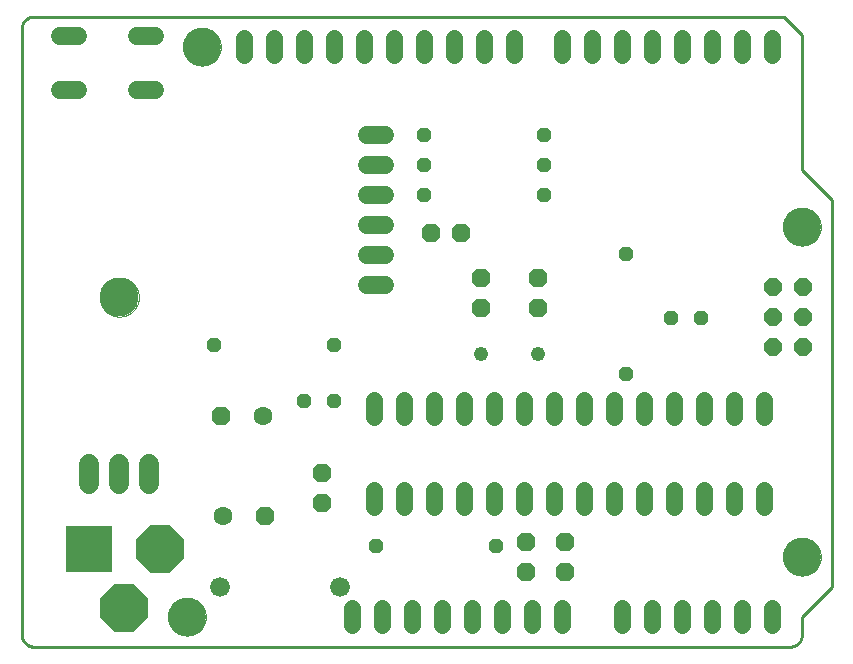
<source format=gbs>
G75*
%MOIN*%
%OFA0B0*%
%FSLAX25Y25*%
%IPPOS*%
%LPD*%
%AMOC8*
5,1,8,0,0,1.08239X$1,22.5*
%
%ADD10C,0.01000*%
%ADD11C,0.00000*%
%ADD12C,0.12598*%
%ADD13C,0.05600*%
%ADD14OC8,0.06102*%
%ADD15OC8,0.15748*%
%ADD16R,0.15748X0.15748*%
%ADD17C,0.07677*%
%ADD18C,0.06600*%
%ADD19C,0.06600*%
%ADD20C,0.13000*%
%ADD21OC8,0.04800*%
%ADD22C,0.06000*%
%ADD23C,0.04800*%
%ADD24OC8,0.06300*%
%ADD25C,0.06300*%
%ADD26C,0.05906*%
D10*
X0008350Y0007187D02*
X0008350Y0209313D01*
X0008352Y0209437D01*
X0008358Y0209560D01*
X0008367Y0209684D01*
X0008381Y0209806D01*
X0008398Y0209929D01*
X0008420Y0210051D01*
X0008445Y0210172D01*
X0008474Y0210292D01*
X0008506Y0210411D01*
X0008543Y0210530D01*
X0008583Y0210647D01*
X0008626Y0210762D01*
X0008674Y0210877D01*
X0008725Y0210989D01*
X0008779Y0211100D01*
X0008837Y0211210D01*
X0008898Y0211317D01*
X0008963Y0211423D01*
X0009031Y0211526D01*
X0009102Y0211627D01*
X0009176Y0211726D01*
X0009253Y0211823D01*
X0009334Y0211917D01*
X0009417Y0212008D01*
X0009503Y0212097D01*
X0009592Y0212183D01*
X0009683Y0212266D01*
X0009777Y0212347D01*
X0009874Y0212424D01*
X0009973Y0212498D01*
X0010074Y0212569D01*
X0010177Y0212637D01*
X0010283Y0212702D01*
X0010390Y0212763D01*
X0010500Y0212821D01*
X0010611Y0212875D01*
X0010723Y0212926D01*
X0010838Y0212974D01*
X0010953Y0213017D01*
X0011070Y0213057D01*
X0011189Y0213094D01*
X0011308Y0213126D01*
X0011428Y0213155D01*
X0011549Y0213180D01*
X0011671Y0213202D01*
X0011794Y0213219D01*
X0011916Y0213233D01*
X0012040Y0213242D01*
X0012163Y0213248D01*
X0012287Y0213250D01*
X0262350Y0213250D01*
X0268350Y0207250D01*
X0268350Y0162250D01*
X0278350Y0152250D01*
X0278350Y0023250D01*
X0268350Y0013250D01*
X0268350Y0007187D01*
X0268348Y0007063D01*
X0268342Y0006940D01*
X0268333Y0006816D01*
X0268319Y0006694D01*
X0268302Y0006571D01*
X0268280Y0006449D01*
X0268255Y0006328D01*
X0268226Y0006208D01*
X0268194Y0006089D01*
X0268157Y0005970D01*
X0268117Y0005853D01*
X0268074Y0005738D01*
X0268026Y0005623D01*
X0267975Y0005511D01*
X0267921Y0005400D01*
X0267863Y0005290D01*
X0267802Y0005183D01*
X0267737Y0005077D01*
X0267669Y0004974D01*
X0267598Y0004873D01*
X0267524Y0004774D01*
X0267447Y0004677D01*
X0267366Y0004583D01*
X0267283Y0004492D01*
X0267197Y0004403D01*
X0267108Y0004317D01*
X0267017Y0004234D01*
X0266923Y0004153D01*
X0266826Y0004076D01*
X0266727Y0004002D01*
X0266626Y0003931D01*
X0266523Y0003863D01*
X0266417Y0003798D01*
X0266310Y0003737D01*
X0266200Y0003679D01*
X0266089Y0003625D01*
X0265977Y0003574D01*
X0265862Y0003526D01*
X0265747Y0003483D01*
X0265630Y0003443D01*
X0265511Y0003406D01*
X0265392Y0003374D01*
X0265272Y0003345D01*
X0265151Y0003320D01*
X0265029Y0003298D01*
X0264906Y0003281D01*
X0264784Y0003267D01*
X0264660Y0003258D01*
X0264537Y0003252D01*
X0264413Y0003250D01*
X0012287Y0003250D01*
X0012163Y0003252D01*
X0012040Y0003258D01*
X0011916Y0003267D01*
X0011794Y0003281D01*
X0011671Y0003298D01*
X0011549Y0003320D01*
X0011428Y0003345D01*
X0011308Y0003374D01*
X0011189Y0003406D01*
X0011070Y0003443D01*
X0010953Y0003483D01*
X0010838Y0003526D01*
X0010723Y0003574D01*
X0010611Y0003625D01*
X0010500Y0003679D01*
X0010390Y0003737D01*
X0010283Y0003798D01*
X0010177Y0003863D01*
X0010074Y0003931D01*
X0009973Y0004002D01*
X0009874Y0004076D01*
X0009777Y0004153D01*
X0009683Y0004234D01*
X0009592Y0004317D01*
X0009503Y0004403D01*
X0009417Y0004492D01*
X0009334Y0004583D01*
X0009253Y0004677D01*
X0009176Y0004774D01*
X0009102Y0004873D01*
X0009031Y0004974D01*
X0008963Y0005077D01*
X0008898Y0005183D01*
X0008837Y0005290D01*
X0008779Y0005400D01*
X0008725Y0005511D01*
X0008674Y0005623D01*
X0008626Y0005738D01*
X0008583Y0005853D01*
X0008543Y0005970D01*
X0008506Y0006089D01*
X0008474Y0006208D01*
X0008445Y0006328D01*
X0008420Y0006449D01*
X0008398Y0006571D01*
X0008381Y0006694D01*
X0008367Y0006816D01*
X0008358Y0006940D01*
X0008352Y0007063D01*
X0008350Y0007187D01*
D11*
X0057051Y0013250D02*
X0057053Y0013408D01*
X0057059Y0013566D01*
X0057069Y0013724D01*
X0057083Y0013882D01*
X0057101Y0014039D01*
X0057122Y0014196D01*
X0057148Y0014352D01*
X0057178Y0014508D01*
X0057211Y0014663D01*
X0057249Y0014816D01*
X0057290Y0014969D01*
X0057335Y0015121D01*
X0057384Y0015272D01*
X0057437Y0015421D01*
X0057493Y0015569D01*
X0057553Y0015715D01*
X0057617Y0015860D01*
X0057685Y0016003D01*
X0057756Y0016145D01*
X0057830Y0016285D01*
X0057908Y0016422D01*
X0057990Y0016558D01*
X0058074Y0016692D01*
X0058163Y0016823D01*
X0058254Y0016952D01*
X0058349Y0017079D01*
X0058446Y0017204D01*
X0058547Y0017326D01*
X0058651Y0017445D01*
X0058758Y0017562D01*
X0058868Y0017676D01*
X0058981Y0017787D01*
X0059096Y0017896D01*
X0059214Y0018001D01*
X0059335Y0018103D01*
X0059458Y0018203D01*
X0059584Y0018299D01*
X0059712Y0018392D01*
X0059842Y0018482D01*
X0059975Y0018568D01*
X0060110Y0018652D01*
X0060246Y0018731D01*
X0060385Y0018808D01*
X0060526Y0018880D01*
X0060668Y0018950D01*
X0060812Y0019015D01*
X0060958Y0019077D01*
X0061105Y0019135D01*
X0061254Y0019190D01*
X0061404Y0019241D01*
X0061555Y0019288D01*
X0061707Y0019331D01*
X0061860Y0019370D01*
X0062015Y0019406D01*
X0062170Y0019437D01*
X0062326Y0019465D01*
X0062482Y0019489D01*
X0062639Y0019509D01*
X0062797Y0019525D01*
X0062954Y0019537D01*
X0063113Y0019545D01*
X0063271Y0019549D01*
X0063429Y0019549D01*
X0063587Y0019545D01*
X0063746Y0019537D01*
X0063903Y0019525D01*
X0064061Y0019509D01*
X0064218Y0019489D01*
X0064374Y0019465D01*
X0064530Y0019437D01*
X0064685Y0019406D01*
X0064840Y0019370D01*
X0064993Y0019331D01*
X0065145Y0019288D01*
X0065296Y0019241D01*
X0065446Y0019190D01*
X0065595Y0019135D01*
X0065742Y0019077D01*
X0065888Y0019015D01*
X0066032Y0018950D01*
X0066174Y0018880D01*
X0066315Y0018808D01*
X0066454Y0018731D01*
X0066590Y0018652D01*
X0066725Y0018568D01*
X0066858Y0018482D01*
X0066988Y0018392D01*
X0067116Y0018299D01*
X0067242Y0018203D01*
X0067365Y0018103D01*
X0067486Y0018001D01*
X0067604Y0017896D01*
X0067719Y0017787D01*
X0067832Y0017676D01*
X0067942Y0017562D01*
X0068049Y0017445D01*
X0068153Y0017326D01*
X0068254Y0017204D01*
X0068351Y0017079D01*
X0068446Y0016952D01*
X0068537Y0016823D01*
X0068626Y0016692D01*
X0068710Y0016558D01*
X0068792Y0016422D01*
X0068870Y0016285D01*
X0068944Y0016145D01*
X0069015Y0016003D01*
X0069083Y0015860D01*
X0069147Y0015715D01*
X0069207Y0015569D01*
X0069263Y0015421D01*
X0069316Y0015272D01*
X0069365Y0015121D01*
X0069410Y0014969D01*
X0069451Y0014816D01*
X0069489Y0014663D01*
X0069522Y0014508D01*
X0069552Y0014352D01*
X0069578Y0014196D01*
X0069599Y0014039D01*
X0069617Y0013882D01*
X0069631Y0013724D01*
X0069641Y0013566D01*
X0069647Y0013408D01*
X0069649Y0013250D01*
X0069647Y0013092D01*
X0069641Y0012934D01*
X0069631Y0012776D01*
X0069617Y0012618D01*
X0069599Y0012461D01*
X0069578Y0012304D01*
X0069552Y0012148D01*
X0069522Y0011992D01*
X0069489Y0011837D01*
X0069451Y0011684D01*
X0069410Y0011531D01*
X0069365Y0011379D01*
X0069316Y0011228D01*
X0069263Y0011079D01*
X0069207Y0010931D01*
X0069147Y0010785D01*
X0069083Y0010640D01*
X0069015Y0010497D01*
X0068944Y0010355D01*
X0068870Y0010215D01*
X0068792Y0010078D01*
X0068710Y0009942D01*
X0068626Y0009808D01*
X0068537Y0009677D01*
X0068446Y0009548D01*
X0068351Y0009421D01*
X0068254Y0009296D01*
X0068153Y0009174D01*
X0068049Y0009055D01*
X0067942Y0008938D01*
X0067832Y0008824D01*
X0067719Y0008713D01*
X0067604Y0008604D01*
X0067486Y0008499D01*
X0067365Y0008397D01*
X0067242Y0008297D01*
X0067116Y0008201D01*
X0066988Y0008108D01*
X0066858Y0008018D01*
X0066725Y0007932D01*
X0066590Y0007848D01*
X0066454Y0007769D01*
X0066315Y0007692D01*
X0066174Y0007620D01*
X0066032Y0007550D01*
X0065888Y0007485D01*
X0065742Y0007423D01*
X0065595Y0007365D01*
X0065446Y0007310D01*
X0065296Y0007259D01*
X0065145Y0007212D01*
X0064993Y0007169D01*
X0064840Y0007130D01*
X0064685Y0007094D01*
X0064530Y0007063D01*
X0064374Y0007035D01*
X0064218Y0007011D01*
X0064061Y0006991D01*
X0063903Y0006975D01*
X0063746Y0006963D01*
X0063587Y0006955D01*
X0063429Y0006951D01*
X0063271Y0006951D01*
X0063113Y0006955D01*
X0062954Y0006963D01*
X0062797Y0006975D01*
X0062639Y0006991D01*
X0062482Y0007011D01*
X0062326Y0007035D01*
X0062170Y0007063D01*
X0062015Y0007094D01*
X0061860Y0007130D01*
X0061707Y0007169D01*
X0061555Y0007212D01*
X0061404Y0007259D01*
X0061254Y0007310D01*
X0061105Y0007365D01*
X0060958Y0007423D01*
X0060812Y0007485D01*
X0060668Y0007550D01*
X0060526Y0007620D01*
X0060385Y0007692D01*
X0060246Y0007769D01*
X0060110Y0007848D01*
X0059975Y0007932D01*
X0059842Y0008018D01*
X0059712Y0008108D01*
X0059584Y0008201D01*
X0059458Y0008297D01*
X0059335Y0008397D01*
X0059214Y0008499D01*
X0059096Y0008604D01*
X0058981Y0008713D01*
X0058868Y0008824D01*
X0058758Y0008938D01*
X0058651Y0009055D01*
X0058547Y0009174D01*
X0058446Y0009296D01*
X0058349Y0009421D01*
X0058254Y0009548D01*
X0058163Y0009677D01*
X0058074Y0009808D01*
X0057990Y0009942D01*
X0057908Y0010078D01*
X0057830Y0010215D01*
X0057756Y0010355D01*
X0057685Y0010497D01*
X0057617Y0010640D01*
X0057553Y0010785D01*
X0057493Y0010931D01*
X0057437Y0011079D01*
X0057384Y0011228D01*
X0057335Y0011379D01*
X0057290Y0011531D01*
X0057249Y0011684D01*
X0057211Y0011837D01*
X0057178Y0011992D01*
X0057148Y0012148D01*
X0057122Y0012304D01*
X0057101Y0012461D01*
X0057083Y0012618D01*
X0057069Y0012776D01*
X0057059Y0012934D01*
X0057053Y0013092D01*
X0057051Y0013250D01*
X0034350Y0119750D02*
X0034352Y0119911D01*
X0034358Y0120071D01*
X0034368Y0120232D01*
X0034382Y0120392D01*
X0034400Y0120552D01*
X0034421Y0120711D01*
X0034447Y0120870D01*
X0034477Y0121028D01*
X0034510Y0121185D01*
X0034548Y0121342D01*
X0034589Y0121497D01*
X0034634Y0121651D01*
X0034683Y0121804D01*
X0034736Y0121956D01*
X0034792Y0122107D01*
X0034853Y0122256D01*
X0034916Y0122404D01*
X0034984Y0122550D01*
X0035055Y0122694D01*
X0035129Y0122836D01*
X0035207Y0122977D01*
X0035289Y0123115D01*
X0035374Y0123252D01*
X0035462Y0123386D01*
X0035554Y0123518D01*
X0035649Y0123648D01*
X0035747Y0123776D01*
X0035848Y0123901D01*
X0035952Y0124023D01*
X0036059Y0124143D01*
X0036169Y0124260D01*
X0036282Y0124375D01*
X0036398Y0124486D01*
X0036517Y0124595D01*
X0036638Y0124700D01*
X0036762Y0124803D01*
X0036888Y0124903D01*
X0037016Y0124999D01*
X0037147Y0125092D01*
X0037281Y0125182D01*
X0037416Y0125269D01*
X0037554Y0125352D01*
X0037693Y0125432D01*
X0037835Y0125508D01*
X0037978Y0125581D01*
X0038123Y0125650D01*
X0038270Y0125716D01*
X0038418Y0125778D01*
X0038568Y0125836D01*
X0038719Y0125891D01*
X0038872Y0125942D01*
X0039026Y0125989D01*
X0039181Y0126032D01*
X0039337Y0126071D01*
X0039493Y0126107D01*
X0039651Y0126138D01*
X0039809Y0126166D01*
X0039968Y0126190D01*
X0040128Y0126210D01*
X0040288Y0126226D01*
X0040448Y0126238D01*
X0040609Y0126246D01*
X0040770Y0126250D01*
X0040930Y0126250D01*
X0041091Y0126246D01*
X0041252Y0126238D01*
X0041412Y0126226D01*
X0041572Y0126210D01*
X0041732Y0126190D01*
X0041891Y0126166D01*
X0042049Y0126138D01*
X0042207Y0126107D01*
X0042363Y0126071D01*
X0042519Y0126032D01*
X0042674Y0125989D01*
X0042828Y0125942D01*
X0042981Y0125891D01*
X0043132Y0125836D01*
X0043282Y0125778D01*
X0043430Y0125716D01*
X0043577Y0125650D01*
X0043722Y0125581D01*
X0043865Y0125508D01*
X0044007Y0125432D01*
X0044146Y0125352D01*
X0044284Y0125269D01*
X0044419Y0125182D01*
X0044553Y0125092D01*
X0044684Y0124999D01*
X0044812Y0124903D01*
X0044938Y0124803D01*
X0045062Y0124700D01*
X0045183Y0124595D01*
X0045302Y0124486D01*
X0045418Y0124375D01*
X0045531Y0124260D01*
X0045641Y0124143D01*
X0045748Y0124023D01*
X0045852Y0123901D01*
X0045953Y0123776D01*
X0046051Y0123648D01*
X0046146Y0123518D01*
X0046238Y0123386D01*
X0046326Y0123252D01*
X0046411Y0123115D01*
X0046493Y0122977D01*
X0046571Y0122836D01*
X0046645Y0122694D01*
X0046716Y0122550D01*
X0046784Y0122404D01*
X0046847Y0122256D01*
X0046908Y0122107D01*
X0046964Y0121956D01*
X0047017Y0121804D01*
X0047066Y0121651D01*
X0047111Y0121497D01*
X0047152Y0121342D01*
X0047190Y0121185D01*
X0047223Y0121028D01*
X0047253Y0120870D01*
X0047279Y0120711D01*
X0047300Y0120552D01*
X0047318Y0120392D01*
X0047332Y0120232D01*
X0047342Y0120071D01*
X0047348Y0119911D01*
X0047350Y0119750D01*
X0047348Y0119589D01*
X0047342Y0119429D01*
X0047332Y0119268D01*
X0047318Y0119108D01*
X0047300Y0118948D01*
X0047279Y0118789D01*
X0047253Y0118630D01*
X0047223Y0118472D01*
X0047190Y0118315D01*
X0047152Y0118158D01*
X0047111Y0118003D01*
X0047066Y0117849D01*
X0047017Y0117696D01*
X0046964Y0117544D01*
X0046908Y0117393D01*
X0046847Y0117244D01*
X0046784Y0117096D01*
X0046716Y0116950D01*
X0046645Y0116806D01*
X0046571Y0116664D01*
X0046493Y0116523D01*
X0046411Y0116385D01*
X0046326Y0116248D01*
X0046238Y0116114D01*
X0046146Y0115982D01*
X0046051Y0115852D01*
X0045953Y0115724D01*
X0045852Y0115599D01*
X0045748Y0115477D01*
X0045641Y0115357D01*
X0045531Y0115240D01*
X0045418Y0115125D01*
X0045302Y0115014D01*
X0045183Y0114905D01*
X0045062Y0114800D01*
X0044938Y0114697D01*
X0044812Y0114597D01*
X0044684Y0114501D01*
X0044553Y0114408D01*
X0044419Y0114318D01*
X0044284Y0114231D01*
X0044146Y0114148D01*
X0044007Y0114068D01*
X0043865Y0113992D01*
X0043722Y0113919D01*
X0043577Y0113850D01*
X0043430Y0113784D01*
X0043282Y0113722D01*
X0043132Y0113664D01*
X0042981Y0113609D01*
X0042828Y0113558D01*
X0042674Y0113511D01*
X0042519Y0113468D01*
X0042363Y0113429D01*
X0042207Y0113393D01*
X0042049Y0113362D01*
X0041891Y0113334D01*
X0041732Y0113310D01*
X0041572Y0113290D01*
X0041412Y0113274D01*
X0041252Y0113262D01*
X0041091Y0113254D01*
X0040930Y0113250D01*
X0040770Y0113250D01*
X0040609Y0113254D01*
X0040448Y0113262D01*
X0040288Y0113274D01*
X0040128Y0113290D01*
X0039968Y0113310D01*
X0039809Y0113334D01*
X0039651Y0113362D01*
X0039493Y0113393D01*
X0039337Y0113429D01*
X0039181Y0113468D01*
X0039026Y0113511D01*
X0038872Y0113558D01*
X0038719Y0113609D01*
X0038568Y0113664D01*
X0038418Y0113722D01*
X0038270Y0113784D01*
X0038123Y0113850D01*
X0037978Y0113919D01*
X0037835Y0113992D01*
X0037693Y0114068D01*
X0037554Y0114148D01*
X0037416Y0114231D01*
X0037281Y0114318D01*
X0037147Y0114408D01*
X0037016Y0114501D01*
X0036888Y0114597D01*
X0036762Y0114697D01*
X0036638Y0114800D01*
X0036517Y0114905D01*
X0036398Y0115014D01*
X0036282Y0115125D01*
X0036169Y0115240D01*
X0036059Y0115357D01*
X0035952Y0115477D01*
X0035848Y0115599D01*
X0035747Y0115724D01*
X0035649Y0115852D01*
X0035554Y0115982D01*
X0035462Y0116114D01*
X0035374Y0116248D01*
X0035289Y0116385D01*
X0035207Y0116523D01*
X0035129Y0116664D01*
X0035055Y0116806D01*
X0034984Y0116950D01*
X0034916Y0117096D01*
X0034853Y0117244D01*
X0034792Y0117393D01*
X0034736Y0117544D01*
X0034683Y0117696D01*
X0034634Y0117849D01*
X0034589Y0118003D01*
X0034548Y0118158D01*
X0034510Y0118315D01*
X0034477Y0118472D01*
X0034447Y0118630D01*
X0034421Y0118789D01*
X0034400Y0118948D01*
X0034382Y0119108D01*
X0034368Y0119268D01*
X0034358Y0119429D01*
X0034352Y0119589D01*
X0034350Y0119750D01*
X0062051Y0203250D02*
X0062053Y0203408D01*
X0062059Y0203566D01*
X0062069Y0203724D01*
X0062083Y0203882D01*
X0062101Y0204039D01*
X0062122Y0204196D01*
X0062148Y0204352D01*
X0062178Y0204508D01*
X0062211Y0204663D01*
X0062249Y0204816D01*
X0062290Y0204969D01*
X0062335Y0205121D01*
X0062384Y0205272D01*
X0062437Y0205421D01*
X0062493Y0205569D01*
X0062553Y0205715D01*
X0062617Y0205860D01*
X0062685Y0206003D01*
X0062756Y0206145D01*
X0062830Y0206285D01*
X0062908Y0206422D01*
X0062990Y0206558D01*
X0063074Y0206692D01*
X0063163Y0206823D01*
X0063254Y0206952D01*
X0063349Y0207079D01*
X0063446Y0207204D01*
X0063547Y0207326D01*
X0063651Y0207445D01*
X0063758Y0207562D01*
X0063868Y0207676D01*
X0063981Y0207787D01*
X0064096Y0207896D01*
X0064214Y0208001D01*
X0064335Y0208103D01*
X0064458Y0208203D01*
X0064584Y0208299D01*
X0064712Y0208392D01*
X0064842Y0208482D01*
X0064975Y0208568D01*
X0065110Y0208652D01*
X0065246Y0208731D01*
X0065385Y0208808D01*
X0065526Y0208880D01*
X0065668Y0208950D01*
X0065812Y0209015D01*
X0065958Y0209077D01*
X0066105Y0209135D01*
X0066254Y0209190D01*
X0066404Y0209241D01*
X0066555Y0209288D01*
X0066707Y0209331D01*
X0066860Y0209370D01*
X0067015Y0209406D01*
X0067170Y0209437D01*
X0067326Y0209465D01*
X0067482Y0209489D01*
X0067639Y0209509D01*
X0067797Y0209525D01*
X0067954Y0209537D01*
X0068113Y0209545D01*
X0068271Y0209549D01*
X0068429Y0209549D01*
X0068587Y0209545D01*
X0068746Y0209537D01*
X0068903Y0209525D01*
X0069061Y0209509D01*
X0069218Y0209489D01*
X0069374Y0209465D01*
X0069530Y0209437D01*
X0069685Y0209406D01*
X0069840Y0209370D01*
X0069993Y0209331D01*
X0070145Y0209288D01*
X0070296Y0209241D01*
X0070446Y0209190D01*
X0070595Y0209135D01*
X0070742Y0209077D01*
X0070888Y0209015D01*
X0071032Y0208950D01*
X0071174Y0208880D01*
X0071315Y0208808D01*
X0071454Y0208731D01*
X0071590Y0208652D01*
X0071725Y0208568D01*
X0071858Y0208482D01*
X0071988Y0208392D01*
X0072116Y0208299D01*
X0072242Y0208203D01*
X0072365Y0208103D01*
X0072486Y0208001D01*
X0072604Y0207896D01*
X0072719Y0207787D01*
X0072832Y0207676D01*
X0072942Y0207562D01*
X0073049Y0207445D01*
X0073153Y0207326D01*
X0073254Y0207204D01*
X0073351Y0207079D01*
X0073446Y0206952D01*
X0073537Y0206823D01*
X0073626Y0206692D01*
X0073710Y0206558D01*
X0073792Y0206422D01*
X0073870Y0206285D01*
X0073944Y0206145D01*
X0074015Y0206003D01*
X0074083Y0205860D01*
X0074147Y0205715D01*
X0074207Y0205569D01*
X0074263Y0205421D01*
X0074316Y0205272D01*
X0074365Y0205121D01*
X0074410Y0204969D01*
X0074451Y0204816D01*
X0074489Y0204663D01*
X0074522Y0204508D01*
X0074552Y0204352D01*
X0074578Y0204196D01*
X0074599Y0204039D01*
X0074617Y0203882D01*
X0074631Y0203724D01*
X0074641Y0203566D01*
X0074647Y0203408D01*
X0074649Y0203250D01*
X0074647Y0203092D01*
X0074641Y0202934D01*
X0074631Y0202776D01*
X0074617Y0202618D01*
X0074599Y0202461D01*
X0074578Y0202304D01*
X0074552Y0202148D01*
X0074522Y0201992D01*
X0074489Y0201837D01*
X0074451Y0201684D01*
X0074410Y0201531D01*
X0074365Y0201379D01*
X0074316Y0201228D01*
X0074263Y0201079D01*
X0074207Y0200931D01*
X0074147Y0200785D01*
X0074083Y0200640D01*
X0074015Y0200497D01*
X0073944Y0200355D01*
X0073870Y0200215D01*
X0073792Y0200078D01*
X0073710Y0199942D01*
X0073626Y0199808D01*
X0073537Y0199677D01*
X0073446Y0199548D01*
X0073351Y0199421D01*
X0073254Y0199296D01*
X0073153Y0199174D01*
X0073049Y0199055D01*
X0072942Y0198938D01*
X0072832Y0198824D01*
X0072719Y0198713D01*
X0072604Y0198604D01*
X0072486Y0198499D01*
X0072365Y0198397D01*
X0072242Y0198297D01*
X0072116Y0198201D01*
X0071988Y0198108D01*
X0071858Y0198018D01*
X0071725Y0197932D01*
X0071590Y0197848D01*
X0071454Y0197769D01*
X0071315Y0197692D01*
X0071174Y0197620D01*
X0071032Y0197550D01*
X0070888Y0197485D01*
X0070742Y0197423D01*
X0070595Y0197365D01*
X0070446Y0197310D01*
X0070296Y0197259D01*
X0070145Y0197212D01*
X0069993Y0197169D01*
X0069840Y0197130D01*
X0069685Y0197094D01*
X0069530Y0197063D01*
X0069374Y0197035D01*
X0069218Y0197011D01*
X0069061Y0196991D01*
X0068903Y0196975D01*
X0068746Y0196963D01*
X0068587Y0196955D01*
X0068429Y0196951D01*
X0068271Y0196951D01*
X0068113Y0196955D01*
X0067954Y0196963D01*
X0067797Y0196975D01*
X0067639Y0196991D01*
X0067482Y0197011D01*
X0067326Y0197035D01*
X0067170Y0197063D01*
X0067015Y0197094D01*
X0066860Y0197130D01*
X0066707Y0197169D01*
X0066555Y0197212D01*
X0066404Y0197259D01*
X0066254Y0197310D01*
X0066105Y0197365D01*
X0065958Y0197423D01*
X0065812Y0197485D01*
X0065668Y0197550D01*
X0065526Y0197620D01*
X0065385Y0197692D01*
X0065246Y0197769D01*
X0065110Y0197848D01*
X0064975Y0197932D01*
X0064842Y0198018D01*
X0064712Y0198108D01*
X0064584Y0198201D01*
X0064458Y0198297D01*
X0064335Y0198397D01*
X0064214Y0198499D01*
X0064096Y0198604D01*
X0063981Y0198713D01*
X0063868Y0198824D01*
X0063758Y0198938D01*
X0063651Y0199055D01*
X0063547Y0199174D01*
X0063446Y0199296D01*
X0063349Y0199421D01*
X0063254Y0199548D01*
X0063163Y0199677D01*
X0063074Y0199808D01*
X0062990Y0199942D01*
X0062908Y0200078D01*
X0062830Y0200215D01*
X0062756Y0200355D01*
X0062685Y0200497D01*
X0062617Y0200640D01*
X0062553Y0200785D01*
X0062493Y0200931D01*
X0062437Y0201079D01*
X0062384Y0201228D01*
X0062335Y0201379D01*
X0062290Y0201531D01*
X0062249Y0201684D01*
X0062211Y0201837D01*
X0062178Y0201992D01*
X0062148Y0202148D01*
X0062122Y0202304D01*
X0062101Y0202461D01*
X0062083Y0202618D01*
X0062069Y0202776D01*
X0062059Y0202934D01*
X0062053Y0203092D01*
X0062051Y0203250D01*
X0262051Y0143250D02*
X0262053Y0143408D01*
X0262059Y0143566D01*
X0262069Y0143724D01*
X0262083Y0143882D01*
X0262101Y0144039D01*
X0262122Y0144196D01*
X0262148Y0144352D01*
X0262178Y0144508D01*
X0262211Y0144663D01*
X0262249Y0144816D01*
X0262290Y0144969D01*
X0262335Y0145121D01*
X0262384Y0145272D01*
X0262437Y0145421D01*
X0262493Y0145569D01*
X0262553Y0145715D01*
X0262617Y0145860D01*
X0262685Y0146003D01*
X0262756Y0146145D01*
X0262830Y0146285D01*
X0262908Y0146422D01*
X0262990Y0146558D01*
X0263074Y0146692D01*
X0263163Y0146823D01*
X0263254Y0146952D01*
X0263349Y0147079D01*
X0263446Y0147204D01*
X0263547Y0147326D01*
X0263651Y0147445D01*
X0263758Y0147562D01*
X0263868Y0147676D01*
X0263981Y0147787D01*
X0264096Y0147896D01*
X0264214Y0148001D01*
X0264335Y0148103D01*
X0264458Y0148203D01*
X0264584Y0148299D01*
X0264712Y0148392D01*
X0264842Y0148482D01*
X0264975Y0148568D01*
X0265110Y0148652D01*
X0265246Y0148731D01*
X0265385Y0148808D01*
X0265526Y0148880D01*
X0265668Y0148950D01*
X0265812Y0149015D01*
X0265958Y0149077D01*
X0266105Y0149135D01*
X0266254Y0149190D01*
X0266404Y0149241D01*
X0266555Y0149288D01*
X0266707Y0149331D01*
X0266860Y0149370D01*
X0267015Y0149406D01*
X0267170Y0149437D01*
X0267326Y0149465D01*
X0267482Y0149489D01*
X0267639Y0149509D01*
X0267797Y0149525D01*
X0267954Y0149537D01*
X0268113Y0149545D01*
X0268271Y0149549D01*
X0268429Y0149549D01*
X0268587Y0149545D01*
X0268746Y0149537D01*
X0268903Y0149525D01*
X0269061Y0149509D01*
X0269218Y0149489D01*
X0269374Y0149465D01*
X0269530Y0149437D01*
X0269685Y0149406D01*
X0269840Y0149370D01*
X0269993Y0149331D01*
X0270145Y0149288D01*
X0270296Y0149241D01*
X0270446Y0149190D01*
X0270595Y0149135D01*
X0270742Y0149077D01*
X0270888Y0149015D01*
X0271032Y0148950D01*
X0271174Y0148880D01*
X0271315Y0148808D01*
X0271454Y0148731D01*
X0271590Y0148652D01*
X0271725Y0148568D01*
X0271858Y0148482D01*
X0271988Y0148392D01*
X0272116Y0148299D01*
X0272242Y0148203D01*
X0272365Y0148103D01*
X0272486Y0148001D01*
X0272604Y0147896D01*
X0272719Y0147787D01*
X0272832Y0147676D01*
X0272942Y0147562D01*
X0273049Y0147445D01*
X0273153Y0147326D01*
X0273254Y0147204D01*
X0273351Y0147079D01*
X0273446Y0146952D01*
X0273537Y0146823D01*
X0273626Y0146692D01*
X0273710Y0146558D01*
X0273792Y0146422D01*
X0273870Y0146285D01*
X0273944Y0146145D01*
X0274015Y0146003D01*
X0274083Y0145860D01*
X0274147Y0145715D01*
X0274207Y0145569D01*
X0274263Y0145421D01*
X0274316Y0145272D01*
X0274365Y0145121D01*
X0274410Y0144969D01*
X0274451Y0144816D01*
X0274489Y0144663D01*
X0274522Y0144508D01*
X0274552Y0144352D01*
X0274578Y0144196D01*
X0274599Y0144039D01*
X0274617Y0143882D01*
X0274631Y0143724D01*
X0274641Y0143566D01*
X0274647Y0143408D01*
X0274649Y0143250D01*
X0274647Y0143092D01*
X0274641Y0142934D01*
X0274631Y0142776D01*
X0274617Y0142618D01*
X0274599Y0142461D01*
X0274578Y0142304D01*
X0274552Y0142148D01*
X0274522Y0141992D01*
X0274489Y0141837D01*
X0274451Y0141684D01*
X0274410Y0141531D01*
X0274365Y0141379D01*
X0274316Y0141228D01*
X0274263Y0141079D01*
X0274207Y0140931D01*
X0274147Y0140785D01*
X0274083Y0140640D01*
X0274015Y0140497D01*
X0273944Y0140355D01*
X0273870Y0140215D01*
X0273792Y0140078D01*
X0273710Y0139942D01*
X0273626Y0139808D01*
X0273537Y0139677D01*
X0273446Y0139548D01*
X0273351Y0139421D01*
X0273254Y0139296D01*
X0273153Y0139174D01*
X0273049Y0139055D01*
X0272942Y0138938D01*
X0272832Y0138824D01*
X0272719Y0138713D01*
X0272604Y0138604D01*
X0272486Y0138499D01*
X0272365Y0138397D01*
X0272242Y0138297D01*
X0272116Y0138201D01*
X0271988Y0138108D01*
X0271858Y0138018D01*
X0271725Y0137932D01*
X0271590Y0137848D01*
X0271454Y0137769D01*
X0271315Y0137692D01*
X0271174Y0137620D01*
X0271032Y0137550D01*
X0270888Y0137485D01*
X0270742Y0137423D01*
X0270595Y0137365D01*
X0270446Y0137310D01*
X0270296Y0137259D01*
X0270145Y0137212D01*
X0269993Y0137169D01*
X0269840Y0137130D01*
X0269685Y0137094D01*
X0269530Y0137063D01*
X0269374Y0137035D01*
X0269218Y0137011D01*
X0269061Y0136991D01*
X0268903Y0136975D01*
X0268746Y0136963D01*
X0268587Y0136955D01*
X0268429Y0136951D01*
X0268271Y0136951D01*
X0268113Y0136955D01*
X0267954Y0136963D01*
X0267797Y0136975D01*
X0267639Y0136991D01*
X0267482Y0137011D01*
X0267326Y0137035D01*
X0267170Y0137063D01*
X0267015Y0137094D01*
X0266860Y0137130D01*
X0266707Y0137169D01*
X0266555Y0137212D01*
X0266404Y0137259D01*
X0266254Y0137310D01*
X0266105Y0137365D01*
X0265958Y0137423D01*
X0265812Y0137485D01*
X0265668Y0137550D01*
X0265526Y0137620D01*
X0265385Y0137692D01*
X0265246Y0137769D01*
X0265110Y0137848D01*
X0264975Y0137932D01*
X0264842Y0138018D01*
X0264712Y0138108D01*
X0264584Y0138201D01*
X0264458Y0138297D01*
X0264335Y0138397D01*
X0264214Y0138499D01*
X0264096Y0138604D01*
X0263981Y0138713D01*
X0263868Y0138824D01*
X0263758Y0138938D01*
X0263651Y0139055D01*
X0263547Y0139174D01*
X0263446Y0139296D01*
X0263349Y0139421D01*
X0263254Y0139548D01*
X0263163Y0139677D01*
X0263074Y0139808D01*
X0262990Y0139942D01*
X0262908Y0140078D01*
X0262830Y0140215D01*
X0262756Y0140355D01*
X0262685Y0140497D01*
X0262617Y0140640D01*
X0262553Y0140785D01*
X0262493Y0140931D01*
X0262437Y0141079D01*
X0262384Y0141228D01*
X0262335Y0141379D01*
X0262290Y0141531D01*
X0262249Y0141684D01*
X0262211Y0141837D01*
X0262178Y0141992D01*
X0262148Y0142148D01*
X0262122Y0142304D01*
X0262101Y0142461D01*
X0262083Y0142618D01*
X0262069Y0142776D01*
X0262059Y0142934D01*
X0262053Y0143092D01*
X0262051Y0143250D01*
X0262051Y0033250D02*
X0262053Y0033408D01*
X0262059Y0033566D01*
X0262069Y0033724D01*
X0262083Y0033882D01*
X0262101Y0034039D01*
X0262122Y0034196D01*
X0262148Y0034352D01*
X0262178Y0034508D01*
X0262211Y0034663D01*
X0262249Y0034816D01*
X0262290Y0034969D01*
X0262335Y0035121D01*
X0262384Y0035272D01*
X0262437Y0035421D01*
X0262493Y0035569D01*
X0262553Y0035715D01*
X0262617Y0035860D01*
X0262685Y0036003D01*
X0262756Y0036145D01*
X0262830Y0036285D01*
X0262908Y0036422D01*
X0262990Y0036558D01*
X0263074Y0036692D01*
X0263163Y0036823D01*
X0263254Y0036952D01*
X0263349Y0037079D01*
X0263446Y0037204D01*
X0263547Y0037326D01*
X0263651Y0037445D01*
X0263758Y0037562D01*
X0263868Y0037676D01*
X0263981Y0037787D01*
X0264096Y0037896D01*
X0264214Y0038001D01*
X0264335Y0038103D01*
X0264458Y0038203D01*
X0264584Y0038299D01*
X0264712Y0038392D01*
X0264842Y0038482D01*
X0264975Y0038568D01*
X0265110Y0038652D01*
X0265246Y0038731D01*
X0265385Y0038808D01*
X0265526Y0038880D01*
X0265668Y0038950D01*
X0265812Y0039015D01*
X0265958Y0039077D01*
X0266105Y0039135D01*
X0266254Y0039190D01*
X0266404Y0039241D01*
X0266555Y0039288D01*
X0266707Y0039331D01*
X0266860Y0039370D01*
X0267015Y0039406D01*
X0267170Y0039437D01*
X0267326Y0039465D01*
X0267482Y0039489D01*
X0267639Y0039509D01*
X0267797Y0039525D01*
X0267954Y0039537D01*
X0268113Y0039545D01*
X0268271Y0039549D01*
X0268429Y0039549D01*
X0268587Y0039545D01*
X0268746Y0039537D01*
X0268903Y0039525D01*
X0269061Y0039509D01*
X0269218Y0039489D01*
X0269374Y0039465D01*
X0269530Y0039437D01*
X0269685Y0039406D01*
X0269840Y0039370D01*
X0269993Y0039331D01*
X0270145Y0039288D01*
X0270296Y0039241D01*
X0270446Y0039190D01*
X0270595Y0039135D01*
X0270742Y0039077D01*
X0270888Y0039015D01*
X0271032Y0038950D01*
X0271174Y0038880D01*
X0271315Y0038808D01*
X0271454Y0038731D01*
X0271590Y0038652D01*
X0271725Y0038568D01*
X0271858Y0038482D01*
X0271988Y0038392D01*
X0272116Y0038299D01*
X0272242Y0038203D01*
X0272365Y0038103D01*
X0272486Y0038001D01*
X0272604Y0037896D01*
X0272719Y0037787D01*
X0272832Y0037676D01*
X0272942Y0037562D01*
X0273049Y0037445D01*
X0273153Y0037326D01*
X0273254Y0037204D01*
X0273351Y0037079D01*
X0273446Y0036952D01*
X0273537Y0036823D01*
X0273626Y0036692D01*
X0273710Y0036558D01*
X0273792Y0036422D01*
X0273870Y0036285D01*
X0273944Y0036145D01*
X0274015Y0036003D01*
X0274083Y0035860D01*
X0274147Y0035715D01*
X0274207Y0035569D01*
X0274263Y0035421D01*
X0274316Y0035272D01*
X0274365Y0035121D01*
X0274410Y0034969D01*
X0274451Y0034816D01*
X0274489Y0034663D01*
X0274522Y0034508D01*
X0274552Y0034352D01*
X0274578Y0034196D01*
X0274599Y0034039D01*
X0274617Y0033882D01*
X0274631Y0033724D01*
X0274641Y0033566D01*
X0274647Y0033408D01*
X0274649Y0033250D01*
X0274647Y0033092D01*
X0274641Y0032934D01*
X0274631Y0032776D01*
X0274617Y0032618D01*
X0274599Y0032461D01*
X0274578Y0032304D01*
X0274552Y0032148D01*
X0274522Y0031992D01*
X0274489Y0031837D01*
X0274451Y0031684D01*
X0274410Y0031531D01*
X0274365Y0031379D01*
X0274316Y0031228D01*
X0274263Y0031079D01*
X0274207Y0030931D01*
X0274147Y0030785D01*
X0274083Y0030640D01*
X0274015Y0030497D01*
X0273944Y0030355D01*
X0273870Y0030215D01*
X0273792Y0030078D01*
X0273710Y0029942D01*
X0273626Y0029808D01*
X0273537Y0029677D01*
X0273446Y0029548D01*
X0273351Y0029421D01*
X0273254Y0029296D01*
X0273153Y0029174D01*
X0273049Y0029055D01*
X0272942Y0028938D01*
X0272832Y0028824D01*
X0272719Y0028713D01*
X0272604Y0028604D01*
X0272486Y0028499D01*
X0272365Y0028397D01*
X0272242Y0028297D01*
X0272116Y0028201D01*
X0271988Y0028108D01*
X0271858Y0028018D01*
X0271725Y0027932D01*
X0271590Y0027848D01*
X0271454Y0027769D01*
X0271315Y0027692D01*
X0271174Y0027620D01*
X0271032Y0027550D01*
X0270888Y0027485D01*
X0270742Y0027423D01*
X0270595Y0027365D01*
X0270446Y0027310D01*
X0270296Y0027259D01*
X0270145Y0027212D01*
X0269993Y0027169D01*
X0269840Y0027130D01*
X0269685Y0027094D01*
X0269530Y0027063D01*
X0269374Y0027035D01*
X0269218Y0027011D01*
X0269061Y0026991D01*
X0268903Y0026975D01*
X0268746Y0026963D01*
X0268587Y0026955D01*
X0268429Y0026951D01*
X0268271Y0026951D01*
X0268113Y0026955D01*
X0267954Y0026963D01*
X0267797Y0026975D01*
X0267639Y0026991D01*
X0267482Y0027011D01*
X0267326Y0027035D01*
X0267170Y0027063D01*
X0267015Y0027094D01*
X0266860Y0027130D01*
X0266707Y0027169D01*
X0266555Y0027212D01*
X0266404Y0027259D01*
X0266254Y0027310D01*
X0266105Y0027365D01*
X0265958Y0027423D01*
X0265812Y0027485D01*
X0265668Y0027550D01*
X0265526Y0027620D01*
X0265385Y0027692D01*
X0265246Y0027769D01*
X0265110Y0027848D01*
X0264975Y0027932D01*
X0264842Y0028018D01*
X0264712Y0028108D01*
X0264584Y0028201D01*
X0264458Y0028297D01*
X0264335Y0028397D01*
X0264214Y0028499D01*
X0264096Y0028604D01*
X0263981Y0028713D01*
X0263868Y0028824D01*
X0263758Y0028938D01*
X0263651Y0029055D01*
X0263547Y0029174D01*
X0263446Y0029296D01*
X0263349Y0029421D01*
X0263254Y0029548D01*
X0263163Y0029677D01*
X0263074Y0029808D01*
X0262990Y0029942D01*
X0262908Y0030078D01*
X0262830Y0030215D01*
X0262756Y0030355D01*
X0262685Y0030497D01*
X0262617Y0030640D01*
X0262553Y0030785D01*
X0262493Y0030931D01*
X0262437Y0031079D01*
X0262384Y0031228D01*
X0262335Y0031379D01*
X0262290Y0031531D01*
X0262249Y0031684D01*
X0262211Y0031837D01*
X0262178Y0031992D01*
X0262148Y0032148D01*
X0262122Y0032304D01*
X0262101Y0032461D01*
X0262083Y0032618D01*
X0262069Y0032776D01*
X0262059Y0032934D01*
X0262053Y0033092D01*
X0262051Y0033250D01*
D12*
X0268350Y0033250D03*
X0268350Y0143250D03*
X0068350Y0203250D03*
X0063350Y0013250D03*
D13*
X0118350Y0010450D02*
X0118350Y0016050D01*
X0128350Y0016050D02*
X0128350Y0010450D01*
X0138350Y0010450D02*
X0138350Y0016050D01*
X0148350Y0016050D02*
X0148350Y0010450D01*
X0158350Y0010450D02*
X0158350Y0016050D01*
X0168350Y0016050D02*
X0168350Y0010450D01*
X0178350Y0010450D02*
X0178350Y0016050D01*
X0188350Y0016050D02*
X0188350Y0010450D01*
X0208350Y0010450D02*
X0208350Y0016050D01*
X0218350Y0016050D02*
X0218350Y0010450D01*
X0228350Y0010450D02*
X0228350Y0016050D01*
X0238350Y0016050D02*
X0238350Y0010450D01*
X0248350Y0010450D02*
X0248350Y0016050D01*
X0258350Y0016050D02*
X0258350Y0010450D01*
X0255850Y0049950D02*
X0255850Y0055550D01*
X0245850Y0055550D02*
X0245850Y0049950D01*
X0235850Y0049950D02*
X0235850Y0055550D01*
X0225850Y0055550D02*
X0225850Y0049950D01*
X0215850Y0049950D02*
X0215850Y0055550D01*
X0205850Y0055550D02*
X0205850Y0049950D01*
X0195850Y0049950D02*
X0195850Y0055550D01*
X0185850Y0055550D02*
X0185850Y0049950D01*
X0175850Y0049950D02*
X0175850Y0055550D01*
X0165850Y0055550D02*
X0165850Y0049950D01*
X0155850Y0049950D02*
X0155850Y0055550D01*
X0145850Y0055550D02*
X0145850Y0049950D01*
X0135850Y0049950D02*
X0135850Y0055550D01*
X0125850Y0055550D02*
X0125850Y0049950D01*
X0125850Y0079950D02*
X0125850Y0085550D01*
X0135850Y0085550D02*
X0135850Y0079950D01*
X0145850Y0079950D02*
X0145850Y0085550D01*
X0155850Y0085550D02*
X0155850Y0079950D01*
X0165850Y0079950D02*
X0165850Y0085550D01*
X0175850Y0085550D02*
X0175850Y0079950D01*
X0185850Y0079950D02*
X0185850Y0085550D01*
X0195850Y0085550D02*
X0195850Y0079950D01*
X0205850Y0079950D02*
X0205850Y0085550D01*
X0215850Y0085550D02*
X0215850Y0079950D01*
X0225850Y0079950D02*
X0225850Y0085550D01*
X0235850Y0085550D02*
X0235850Y0079950D01*
X0245850Y0079950D02*
X0245850Y0085550D01*
X0255850Y0085550D02*
X0255850Y0079950D01*
X0258350Y0200450D02*
X0258350Y0206050D01*
X0248350Y0206050D02*
X0248350Y0200450D01*
X0238350Y0200450D02*
X0238350Y0206050D01*
X0228350Y0206050D02*
X0228350Y0200450D01*
X0218350Y0200450D02*
X0218350Y0206050D01*
X0208350Y0206050D02*
X0208350Y0200450D01*
X0198350Y0200450D02*
X0198350Y0206050D01*
X0188350Y0206050D02*
X0188350Y0200450D01*
X0172350Y0200450D02*
X0172350Y0206050D01*
X0162350Y0206050D02*
X0162350Y0200450D01*
X0152350Y0200450D02*
X0152350Y0206050D01*
X0142350Y0206050D02*
X0142350Y0200450D01*
X0132350Y0200450D02*
X0132350Y0206050D01*
X0122350Y0206050D02*
X0122350Y0200450D01*
X0112350Y0200450D02*
X0112350Y0206050D01*
X0102350Y0206050D02*
X0102350Y0200450D01*
X0092350Y0200450D02*
X0092350Y0206050D01*
X0082350Y0206050D02*
X0082350Y0200450D01*
D14*
X0258850Y0123250D03*
X0268850Y0123250D03*
X0268850Y0113250D03*
X0258850Y0113250D03*
X0258850Y0103250D03*
X0268850Y0103250D03*
D15*
X0054350Y0035950D03*
X0042550Y0016250D03*
D16*
X0030750Y0035950D03*
D17*
X0030750Y0032950D03*
X0030750Y0038950D03*
X0054350Y0038950D03*
X0054350Y0032950D03*
X0045550Y0016250D03*
X0039550Y0016250D03*
D18*
X0074350Y0023250D03*
X0114350Y0023250D03*
D19*
X0050850Y0057450D02*
X0050850Y0064050D01*
X0040850Y0064050D02*
X0040850Y0057450D01*
X0030850Y0057450D02*
X0030850Y0064050D01*
D20*
X0040850Y0119750D03*
D21*
X0072350Y0103750D03*
X0102350Y0085250D03*
X0112350Y0085250D03*
X0112350Y0103750D03*
X0142350Y0153750D03*
X0142350Y0163750D03*
X0142350Y0173750D03*
X0182350Y0173750D03*
X0182350Y0163750D03*
X0182350Y0153750D03*
X0209850Y0134250D03*
X0224850Y0112750D03*
X0234850Y0112750D03*
X0209850Y0094250D03*
X0166350Y0036750D03*
X0126350Y0036750D03*
D22*
X0052650Y0188850D02*
X0046650Y0188850D01*
X0027050Y0188850D02*
X0021050Y0188850D01*
X0021050Y0206650D02*
X0027050Y0206650D01*
X0046650Y0206650D02*
X0052650Y0206650D01*
D23*
X0161350Y0100750D03*
X0180350Y0100750D03*
D24*
X0180350Y0116250D03*
X0180350Y0126250D03*
X0161350Y0126250D03*
X0161350Y0116250D03*
X0154850Y0141250D03*
X0144850Y0141250D03*
X0074850Y0080250D03*
X0108350Y0061250D03*
X0108350Y0051250D03*
X0089350Y0046750D03*
X0176350Y0038250D03*
X0176350Y0028250D03*
X0189350Y0028250D03*
X0189350Y0038250D03*
D25*
X0088850Y0080250D03*
X0075350Y0046750D03*
D26*
X0123397Y0123750D02*
X0129303Y0123750D01*
X0129303Y0133750D02*
X0123397Y0133750D01*
X0123397Y0143750D02*
X0129303Y0143750D01*
X0129303Y0153750D02*
X0123397Y0153750D01*
X0123397Y0163750D02*
X0129303Y0163750D01*
X0129303Y0173750D02*
X0123397Y0173750D01*
M02*

</source>
